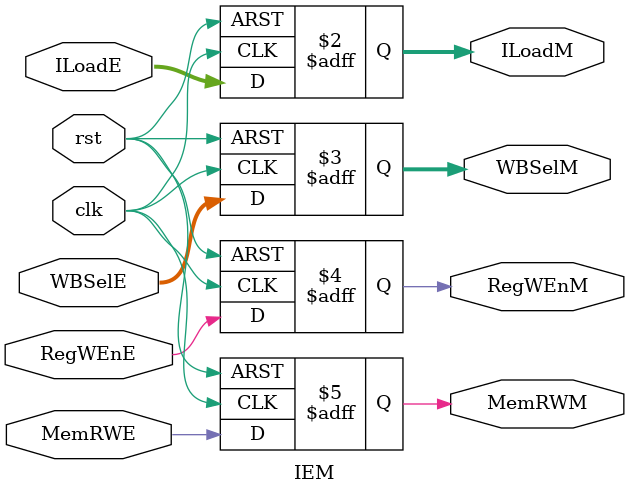
<source format=v>
module IEM #(parameter WIDTH = 5)(

	//GLOBAL INPUT
	input clk, rst,

	//INPUTS TO THE IDE
	input [2:0] ILoadE,
	input [1:0] WBSelE,
	input RegWEnE,
	input MemRWE,

	//OUTPUTS FROM THE IDE
	output reg [2:0] ILoadM,
	output reg [1:0] WBSelM,
	output reg RegWEnM,
	output reg MemRWM
	
);
	always @ (posedge clk or posedge rst) begin
		if (rst) begin
			ILoadM  <= 32'h0;
			WBSelM  <= 32'h0;
			RegWEnM <= 32'h0;
			MemRWM  <= 32'h0;
		end
		else begin
			ILoadM  <= ILoadE;
			WBSelM  <= WBSelE;
			RegWEnM <= RegWEnE;
			MemRWM  <= MemRWE;
		end
	end
endmodule

</source>
